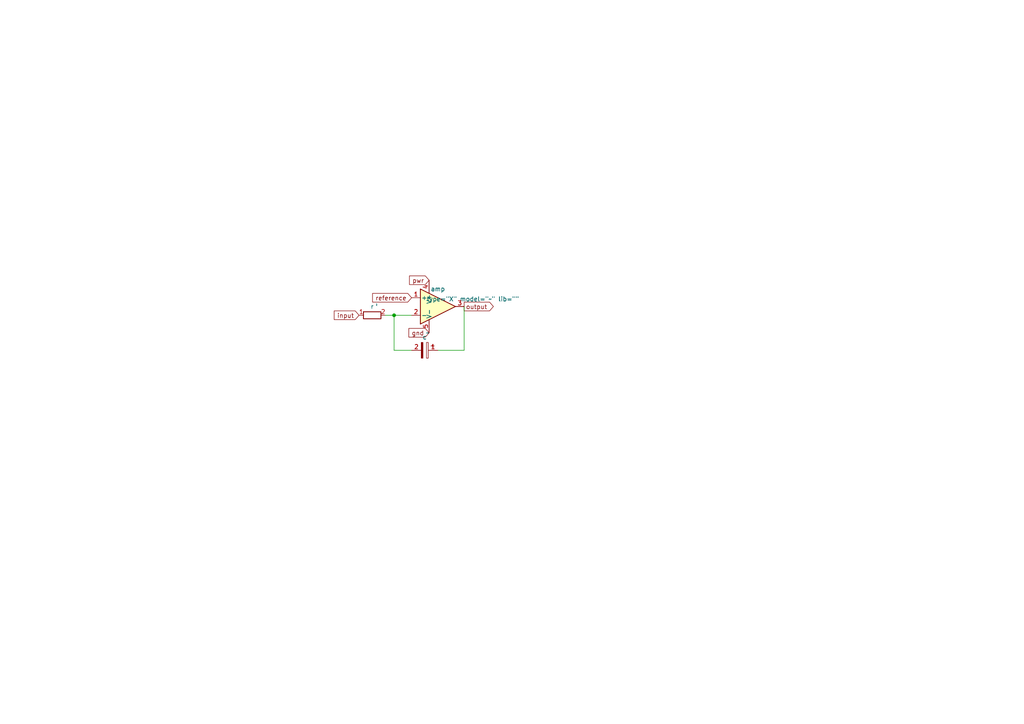
<source format=kicad_sch>
(kicad_sch (version 20211123) (generator eeschema)
  (paper "A4")
  (lib_symbols
    (symbol "Device:C_Polarized" (pin_names (offset 0.254))
      (property "Reference" "C" (at 0.635 2.54 0))
      (property "Value" "C_Polarized" (at 0.635 -2.54 0))
      (symbol "C_Polarized_0_1"
        (rectangle (start -2.286 0.508) (end 2.286 1.016))
        (polyline (pts (xy -1.778 2.286) (xy -0.762 2.286)))
        (polyline (pts (xy -1.27 2.794) (xy -1.27 1.778)))
        (rectangle (start 2.286 -0.508) (end -2.286 -1.016) (fill (type outline)))
      )
      (symbol "C_Polarized_1_1"
        (pin passive line (at 0 3.81 270) (length 2.794) (name "~") (number "1"))
        (pin passive line (at 0 -3.81 90) (length 2.794) (name "~") (number "2"))
      )
    )
    (symbol "Device:R" (pin_names (offset 0))
      (property "Reference" "R" (at 2.032 0 90))
      (property "Value" "R" (at 0 0 90))
      (symbol "R_0_1"
        (rectangle (start -1.016 -2.54) (end 1.016 2.54) (stroke (width 0.254)))
      )
      (symbol "R_1_1"
        (pin passive line (at 0 3.81 270) (length 1.27) (name "~") (number "1"))
        (pin passive line (at 0 -3.81 90) (length 1.27) (name "~") (number "2"))
      )
    )
    (symbol "Simulation_SPICE:OPAMP" (pin_names (offset 0.254))
      (property "Reference" "U" (at 3.81 3.175 0))
      (property "Value" "OPAMP" (at 3.81 -3.175 0))
      (symbol "OPAMP_0_1"
        (polyline (pts (xy 5.08 0) (xy -5.08 5.08) (xy -5.08 -5.08) (xy 5.08 0)) (stroke (width 0.254)) (fill (type background)))
      )
      (symbol "OPAMP_1_1"
        (pin input line (at -7.62 2.54 0) (length 2.54) (name "+") (number "1"))
        (pin input line (at -7.62 -2.54 0) (length 2.54) (name "-") (number "2"))
        (pin output line (at 7.62 0 180) (length 2.54) (name "~") (number "3"))
        (pin power_in line (at -2.54 7.62 270) (length 3.81) (name "V+") (number "4"))
        (pin power_in line (at -2.54 -7.62 90) (length 3.81) (name "V-") (number "5"))
      )
    )
  )
  (junction (at 114.3 91.44))
  (wire (pts (xy 127 101.6) (xy 134.62 101.6)))
  (wire (pts (xy 114.3 101.6) (xy 114.3 91.44)))
  (wire (pts (xy 134.62 101.6) (xy 134.62 88.9)))
  (wire (pts (xy 119.38 101.6) (xy 114.3 101.6)))
  (wire (pts (xy 114.3 91.44) (xy 119.38 91.44)))
  (wire (pts (xy 111.76 91.44) (xy 114.3 91.44)))
  (global_label "input" (shape input) (at 104.14 91.44 180) (property "Intersheet References" "${INTERSHEET_REFS}" (effects hide)))
  (global_label "pwr" (shape input) (at 124.46 81.28 180) (property "Intersheet References" "${INTERSHEET_REFS}" (effects hide)))
  (global_label "reference" (shape input) (at 119.38 86.36 180) (property "Intersheet References" "${INTERSHEET_REFS}" (effects hide)))
  (global_label "output" (shape output) (at 134.62 88.9 0) (property "Intersheet References" "${INTERSHEET_REFS}" (effects hide)))
  (global_label "gnd" (shape input) (at 124.46 96.52 180) (property "Intersheet References" "${INTERSHEET_REFS}" (effects hide)))
  (symbol (lib_id "Device:C_Polarized") (at 123.19 101.6 270) (unit 1)
    (property "Reference" "c" (at 123.19 97.79 90))
    (property "Value" "~" (at 124.079 96.52 90))
  )
  (symbol (lib_id "Device:R") (at 107.95 91.44 90) (unit 1)
    (property "Reference" "r" (at 107.95 88.9 90))
    (property "Value" "~" (at 109.2199 88.9 0) (effects (justify left)))
  )
  (symbol (lib_id "Simulation_SPICE:OPAMP") (at 127 88.9 0) (unit 1)
    (property "Reference" "amp" (at 127 83.82 0))
    (property "Value" "~" (at 137.16 86.741 0))
    (property "Spice_Netlist_Enabled" "Y" (effects hide))
    (property "Spice_Primitive" "X" (effects hide))
  )
)
</source>
